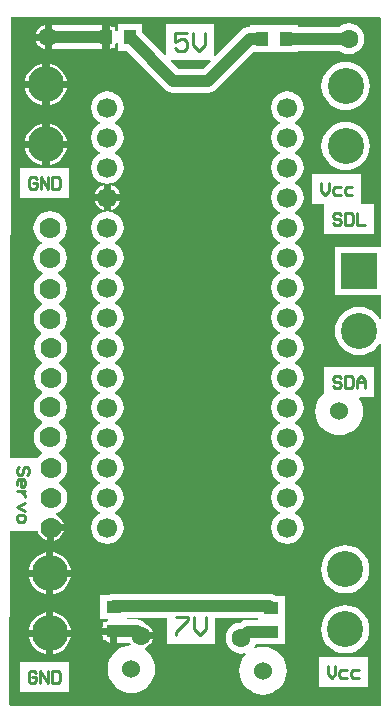
<source format=gtl>
G04 Layer_Physical_Order=1*
G04 Layer_Color=255*
%FSLAX25Y25*%
%MOIN*%
G70*
G01*
G75*
%ADD10R,0.04000X0.05000*%
%ADD11R,0.05000X0.04000*%
%ADD12C,0.03937*%
%ADD13C,0.01000*%
%ADD14R,0.12000X0.12000*%
%ADD15C,0.12000*%
%ADD16C,0.07000*%
%ADD17C,0.06693*%
%ADD18C,0.06000*%
%ADD19C,0.06299*%
%ADD20C,0.05000*%
G36*
X63300Y146800D02*
Y70400D01*
X47900D01*
Y54400D01*
X63300D01*
Y46555D01*
X62815Y46434D01*
X62584Y46866D01*
X61584Y48084D01*
X60366Y49084D01*
X58976Y49827D01*
X57468Y50284D01*
X55900Y50439D01*
X54332Y50284D01*
X52824Y49827D01*
X51434Y49084D01*
X50216Y48084D01*
X49216Y46866D01*
X48473Y45476D01*
X48016Y43968D01*
X47861Y42400D01*
X48016Y40832D01*
X48473Y39324D01*
X49216Y37934D01*
X50216Y36716D01*
X51434Y35716D01*
X52824Y34973D01*
X54332Y34516D01*
X55900Y34361D01*
X57468Y34516D01*
X58976Y34973D01*
X60366Y35716D01*
X61584Y36716D01*
X62584Y37934D01*
X62815Y38366D01*
X63300Y38245D01*
Y-82500D01*
X-60200D01*
X-60699Y-82041D01*
X-60573Y-24367D01*
X-51264D01*
X-51264Y-24367D01*
Y-24367D01*
X-51069Y-24795D01*
X-50831Y-25369D01*
X-50109Y-26309D01*
X-49169Y-27031D01*
X-48100Y-27474D01*
Y-23100D01*
X-46900D01*
Y-21900D01*
X-42526D01*
X-42969Y-20831D01*
X-43691Y-19891D01*
X-44631Y-19169D01*
X-45252Y-18912D01*
Y-18371D01*
X-44126Y-17904D01*
X-42977Y-17023D01*
X-42096Y-15874D01*
X-41542Y-14536D01*
X-41352Y-13100D01*
X-41542Y-11664D01*
X-42096Y-10326D01*
X-42977Y-9177D01*
X-44000Y-8393D01*
X-44043Y-8227D01*
Y-7973D01*
X-44000Y-7807D01*
X-42977Y-7023D01*
X-42096Y-5874D01*
X-41542Y-4536D01*
X-41352Y-3100D01*
X-41542Y-1664D01*
X-42096Y-326D01*
X-42977Y823D01*
X-44126Y1704D01*
X-44185Y1729D01*
X-44149Y2255D01*
X-43077Y3077D01*
X-42196Y4226D01*
X-41642Y5564D01*
X-41453Y7000D01*
X-41642Y8436D01*
X-42196Y9774D01*
X-43077Y10923D01*
X-44100Y11707D01*
X-44142Y11873D01*
Y12127D01*
X-44100Y12293D01*
X-43077Y13077D01*
X-42196Y14226D01*
X-41642Y15564D01*
X-41453Y17000D01*
X-41642Y18436D01*
X-42196Y19774D01*
X-43077Y20923D01*
X-43980Y21615D01*
X-44013Y21725D01*
X-43972Y22214D01*
X-42977Y22977D01*
X-42096Y24126D01*
X-41542Y25464D01*
X-41352Y26900D01*
X-41542Y28336D01*
X-42096Y29674D01*
X-42977Y30823D01*
X-44000Y31607D01*
X-44043Y31773D01*
Y32027D01*
X-44000Y32193D01*
X-42977Y32977D01*
X-42096Y34126D01*
X-41542Y35464D01*
X-41352Y36900D01*
X-41542Y38336D01*
X-42096Y39674D01*
X-42977Y40823D01*
X-43760Y41423D01*
Y42053D01*
X-43077Y42577D01*
X-42196Y43726D01*
X-41642Y45064D01*
X-41453Y46500D01*
X-41642Y47936D01*
X-42196Y49274D01*
X-43077Y50423D01*
X-44100Y51207D01*
X-44142Y51373D01*
Y51627D01*
X-44100Y51793D01*
X-43077Y52577D01*
X-42196Y53726D01*
X-41642Y55064D01*
X-41453Y56500D01*
X-41642Y57936D01*
X-42196Y59274D01*
X-43077Y60423D01*
X-44226Y61304D01*
X-44508Y61421D01*
Y61921D01*
X-44326Y61996D01*
X-43177Y62877D01*
X-42296Y64026D01*
X-41742Y65364D01*
X-41552Y66800D01*
X-41742Y68236D01*
X-42296Y69574D01*
X-43177Y70723D01*
X-44200Y71507D01*
X-44243Y71673D01*
Y71927D01*
X-44200Y72093D01*
X-43177Y72877D01*
X-42296Y74026D01*
X-41742Y75364D01*
X-41552Y76800D01*
X-41742Y78236D01*
X-42296Y79574D01*
X-43177Y80723D01*
X-44326Y81604D01*
X-45664Y82158D01*
X-47100Y82348D01*
X-48536Y82158D01*
X-49874Y81604D01*
X-51023Y80723D01*
X-51904Y79574D01*
X-52458Y78236D01*
X-52648Y76800D01*
X-52458Y75364D01*
X-51904Y74026D01*
X-51023Y72877D01*
X-50000Y72093D01*
X-49957Y71927D01*
Y71673D01*
X-50000Y71507D01*
X-51023Y70723D01*
X-51904Y69574D01*
X-52458Y68236D01*
X-52648Y66800D01*
X-52458Y65364D01*
X-51904Y64026D01*
X-51023Y62877D01*
X-49874Y61996D01*
X-49593Y61879D01*
Y61379D01*
X-49774Y61304D01*
X-50923Y60423D01*
X-51804Y59274D01*
X-52358Y57936D01*
X-52548Y56500D01*
X-52358Y55064D01*
X-51804Y53726D01*
X-50923Y52577D01*
X-49900Y51793D01*
X-49858Y51627D01*
Y51373D01*
X-49900Y51207D01*
X-50923Y50423D01*
X-51804Y49274D01*
X-52358Y47936D01*
X-52548Y46500D01*
X-52358Y45064D01*
X-51804Y43726D01*
X-50923Y42577D01*
X-50140Y41977D01*
Y41346D01*
X-50823Y40823D01*
X-51704Y39674D01*
X-52258Y38336D01*
X-52447Y36900D01*
X-52258Y35464D01*
X-51704Y34126D01*
X-50823Y32977D01*
X-49800Y32193D01*
X-49758Y32027D01*
Y31773D01*
X-49800Y31607D01*
X-50823Y30823D01*
X-51704Y29674D01*
X-52258Y28336D01*
X-52447Y26900D01*
X-52258Y25464D01*
X-51704Y24126D01*
X-50823Y22977D01*
X-49920Y22285D01*
X-49887Y22175D01*
X-49928Y21686D01*
X-50923Y20923D01*
X-51804Y19774D01*
X-52358Y18436D01*
X-52548Y17000D01*
X-52358Y15564D01*
X-51804Y14226D01*
X-50923Y13077D01*
X-49900Y12293D01*
X-49858Y12127D01*
Y11873D01*
X-49900Y11707D01*
X-50923Y10923D01*
X-51804Y9774D01*
X-52358Y8436D01*
X-52548Y7000D01*
X-52358Y5564D01*
X-51804Y4226D01*
X-50923Y3077D01*
X-49774Y2196D01*
X-49715Y2171D01*
X-49751Y1645D01*
X-50823Y823D01*
X-51454Y0D01*
X-60166D01*
X-60519Y354D01*
X-60200Y147100D01*
X63000D01*
X63300Y146800D01*
D02*
G37*
%LPC*%
G36*
X-48400Y-31384D02*
X-48572Y-31401D01*
X-49892Y-31802D01*
X-51108Y-32452D01*
X-52174Y-33326D01*
X-53048Y-34392D01*
X-53698Y-35608D01*
X-54099Y-36928D01*
X-54116Y-37100D01*
X-48400D01*
Y-31384D01*
D02*
G37*
G36*
X-46000D02*
Y-37100D01*
X-40284D01*
X-40301Y-36928D01*
X-40701Y-35608D01*
X-41352Y-34392D01*
X-42226Y-33326D01*
X-43292Y-32452D01*
X-44508Y-31802D01*
X-45828Y-31401D01*
X-46000Y-31384D01*
D02*
G37*
G36*
X-40284Y-39500D02*
X-46000D01*
Y-45216D01*
X-45828Y-45199D01*
X-44508Y-44798D01*
X-43292Y-44148D01*
X-42226Y-43274D01*
X-41352Y-42208D01*
X-40701Y-40992D01*
X-40301Y-39672D01*
X-40284Y-39500D01*
D02*
G37*
G36*
X51300Y-28961D02*
X49732Y-29116D01*
X48224Y-29573D01*
X46834Y-30316D01*
X45616Y-31316D01*
X44616Y-32534D01*
X43873Y-33924D01*
X43416Y-35432D01*
X43261Y-37000D01*
X43416Y-38568D01*
X43873Y-40076D01*
X44616Y-41466D01*
X45616Y-42684D01*
X46834Y-43684D01*
X48224Y-44427D01*
X49732Y-44884D01*
X51300Y-45039D01*
X52868Y-44884D01*
X54376Y-44427D01*
X55766Y-43684D01*
X56984Y-42684D01*
X57984Y-41466D01*
X58727Y-40076D01*
X59184Y-38568D01*
X59339Y-37000D01*
X59184Y-35432D01*
X58727Y-33924D01*
X57984Y-32534D01*
X56984Y-31316D01*
X55766Y-30316D01*
X54376Y-29573D01*
X52868Y-29116D01*
X51300Y-28961D01*
D02*
G37*
G36*
X-28000Y82293D02*
X-29067Y82152D01*
Y82152D01*
X-29396Y82109D01*
X-30696Y81570D01*
X-31813Y80713D01*
X-32670Y79596D01*
X-33209Y78296D01*
X-33393Y76900D01*
X-33209Y75504D01*
X-32670Y74204D01*
X-31813Y73087D01*
X-30696Y72230D01*
X-30503Y72150D01*
Y71650D01*
X-30696Y71570D01*
X-31813Y70713D01*
X-32670Y69596D01*
X-33209Y68296D01*
X-33393Y66900D01*
X-33209Y65504D01*
X-32670Y64204D01*
X-31813Y63087D01*
X-30696Y62230D01*
X-30503Y62150D01*
Y61650D01*
X-30696Y61570D01*
X-31813Y60713D01*
X-32670Y59596D01*
X-33209Y58296D01*
X-33393Y56900D01*
X-33209Y55504D01*
X-32670Y54204D01*
X-31813Y53087D01*
X-30696Y52230D01*
X-30503Y52150D01*
Y51650D01*
X-30696Y51570D01*
X-31813Y50713D01*
X-32670Y49596D01*
X-33209Y48296D01*
X-33393Y46900D01*
X-33209Y45504D01*
X-32670Y44204D01*
X-31813Y43087D01*
X-30696Y42230D01*
X-30503Y42150D01*
Y41650D01*
X-30696Y41570D01*
X-31813Y40713D01*
X-32670Y39596D01*
X-33209Y38296D01*
X-33393Y36900D01*
X-33209Y35504D01*
X-32670Y34204D01*
X-31813Y33087D01*
X-30696Y32230D01*
X-30503Y32150D01*
Y31650D01*
X-30696Y31570D01*
X-31813Y30713D01*
X-32670Y29596D01*
X-33209Y28296D01*
X-33393Y26900D01*
X-33209Y25504D01*
X-32670Y24204D01*
X-31813Y23087D01*
X-30696Y22230D01*
X-30503Y22150D01*
Y21650D01*
X-30696Y21570D01*
X-31813Y20713D01*
X-32670Y19596D01*
X-33209Y18296D01*
X-33393Y16900D01*
X-33209Y15504D01*
X-32670Y14204D01*
X-31813Y13087D01*
X-30696Y12230D01*
X-30503Y12150D01*
Y11650D01*
X-30696Y11570D01*
X-31813Y10713D01*
X-32670Y9596D01*
X-33209Y8296D01*
X-33393Y6900D01*
X-33209Y5504D01*
X-32670Y4204D01*
X-31813Y3087D01*
X-30696Y2230D01*
X-30503Y2150D01*
Y1650D01*
X-30696Y1570D01*
X-31813Y713D01*
X-32670Y-404D01*
X-33209Y-1704D01*
X-33393Y-3100D01*
X-33209Y-4496D01*
X-32670Y-5796D01*
X-31813Y-6913D01*
X-30696Y-7770D01*
X-30503Y-7850D01*
Y-8350D01*
X-30696Y-8430D01*
X-31813Y-9287D01*
X-32670Y-10404D01*
X-33209Y-11704D01*
X-33393Y-13100D01*
X-33209Y-14496D01*
X-32670Y-15796D01*
X-31813Y-16913D01*
X-30696Y-17770D01*
X-30503Y-17850D01*
Y-18350D01*
X-30696Y-18430D01*
X-31813Y-19287D01*
X-32670Y-20404D01*
X-33209Y-21704D01*
X-33393Y-23100D01*
X-33209Y-24496D01*
X-32670Y-25796D01*
X-31813Y-26913D01*
X-30696Y-27770D01*
X-29396Y-28309D01*
X-28000Y-28493D01*
X-26604Y-28309D01*
X-25304Y-27770D01*
X-24187Y-26913D01*
X-23330Y-25796D01*
X-22791Y-24496D01*
X-22607Y-23100D01*
X-22791Y-21704D01*
X-23330Y-20404D01*
X-24187Y-19287D01*
X-25304Y-18430D01*
X-25497Y-18350D01*
Y-17850D01*
X-25304Y-17770D01*
X-24187Y-16913D01*
X-23330Y-15796D01*
X-22791Y-14496D01*
X-22607Y-13100D01*
X-22791Y-11704D01*
X-23330Y-10404D01*
X-24187Y-9287D01*
X-25304Y-8430D01*
X-25497Y-8350D01*
Y-7850D01*
X-25304Y-7770D01*
X-24187Y-6913D01*
X-23330Y-5796D01*
X-22791Y-4496D01*
X-22607Y-3100D01*
X-22791Y-1704D01*
X-23330Y-404D01*
X-24187Y713D01*
X-25304Y1570D01*
X-25497Y1650D01*
Y2150D01*
X-25304Y2230D01*
X-24187Y3087D01*
X-23330Y4204D01*
X-22791Y5504D01*
X-22607Y6900D01*
X-22791Y8296D01*
X-23330Y9596D01*
X-24187Y10713D01*
X-25304Y11570D01*
X-25497Y11650D01*
Y12150D01*
X-25304Y12230D01*
X-24187Y13087D01*
X-23330Y14204D01*
X-22791Y15504D01*
X-22607Y16900D01*
X-22791Y18296D01*
X-23330Y19596D01*
X-24187Y20713D01*
X-25304Y21570D01*
X-25497Y21650D01*
Y22150D01*
X-25304Y22230D01*
X-24187Y23087D01*
X-23330Y24204D01*
X-22791Y25504D01*
X-22607Y26900D01*
X-22791Y28296D01*
X-23330Y29596D01*
X-24187Y30713D01*
X-25304Y31570D01*
X-25497Y31650D01*
Y32150D01*
X-25304Y32230D01*
X-24187Y33087D01*
X-23330Y34204D01*
X-22791Y35504D01*
X-22607Y36900D01*
X-22791Y38296D01*
X-23330Y39596D01*
X-24187Y40713D01*
X-25304Y41570D01*
X-25497Y41650D01*
Y42150D01*
X-25304Y42230D01*
X-24187Y43087D01*
X-23330Y44204D01*
X-22791Y45504D01*
X-22607Y46900D01*
X-22791Y48296D01*
X-23330Y49596D01*
X-24187Y50713D01*
X-25304Y51570D01*
X-25497Y51650D01*
Y52150D01*
X-25304Y52230D01*
X-24187Y53087D01*
X-23330Y54204D01*
X-22791Y55504D01*
X-22607Y56900D01*
X-22791Y58296D01*
X-23330Y59596D01*
X-24187Y60713D01*
X-25304Y61570D01*
X-25497Y61650D01*
Y62150D01*
X-25304Y62230D01*
X-24187Y63087D01*
X-23330Y64204D01*
X-22791Y65504D01*
X-22607Y66900D01*
X-22791Y68296D01*
X-23330Y69596D01*
X-24187Y70713D01*
X-25304Y71570D01*
X-25497Y71650D01*
Y72150D01*
X-25304Y72230D01*
X-24187Y73087D01*
X-23330Y74204D01*
X-22791Y75504D01*
X-22607Y76900D01*
X-22791Y78296D01*
X-23330Y79596D01*
X-24187Y80713D01*
X-25304Y81570D01*
X-26604Y82109D01*
X-26933Y82152D01*
Y82152D01*
X-28000Y82293D01*
D02*
G37*
G36*
X60795Y30336D02*
X44300D01*
Y21723D01*
X43683Y21217D01*
X42695Y20013D01*
X41961Y18640D01*
X41509Y17150D01*
X41356Y15600D01*
X41509Y14050D01*
X41961Y12560D01*
X42695Y11187D01*
X43683Y9983D01*
X44887Y8995D01*
X46260Y8261D01*
X47750Y7809D01*
X49300Y7656D01*
X50850Y7809D01*
X52340Y8261D01*
X53713Y8995D01*
X54917Y9983D01*
X55905Y11187D01*
X56639Y12560D01*
X57091Y14050D01*
X57244Y15600D01*
X57091Y17150D01*
X56639Y18640D01*
X55966Y19900D01*
X56162Y20400D01*
X60795D01*
Y30336D01*
D02*
G37*
G36*
X56695Y94836D02*
X40200D01*
Y84900D01*
X43827D01*
X44300Y84836D01*
X44300Y84400D01*
Y74900D01*
X60795D01*
Y84836D01*
X57169D01*
X56695Y84900D01*
X56695Y85336D01*
Y94836D01*
D02*
G37*
G36*
X32000Y122293D02*
X30604Y122109D01*
X29304Y121570D01*
X28187Y120713D01*
X27330Y119596D01*
X26791Y118296D01*
X26607Y116900D01*
X26791Y115504D01*
X27330Y114204D01*
X28187Y113087D01*
X29304Y112230D01*
X29497Y112150D01*
Y111650D01*
X29304Y111570D01*
X28187Y110713D01*
X27330Y109596D01*
X26791Y108296D01*
X26607Y106900D01*
X26791Y105504D01*
X27330Y104204D01*
X28187Y103087D01*
X29304Y102230D01*
X29497Y102150D01*
Y101650D01*
X29304Y101570D01*
X28187Y100713D01*
X27330Y99596D01*
X26791Y98296D01*
X26607Y96900D01*
X26791Y95504D01*
X27330Y94204D01*
X28187Y93087D01*
X29304Y92230D01*
X29497Y92150D01*
Y91650D01*
X29304Y91570D01*
X28187Y90713D01*
X27330Y89596D01*
X26791Y88296D01*
X26607Y86900D01*
X26791Y85504D01*
X27330Y84204D01*
X28187Y83087D01*
X29304Y82230D01*
X29497Y82150D01*
Y81650D01*
X29304Y81570D01*
X28187Y80713D01*
X27330Y79596D01*
X26791Y78296D01*
X26607Y76900D01*
X26791Y75504D01*
X27330Y74204D01*
X28187Y73087D01*
X29304Y72230D01*
X29497Y72150D01*
Y71650D01*
X29304Y71570D01*
X28187Y70713D01*
X27330Y69596D01*
X26791Y68296D01*
X26607Y66900D01*
X26791Y65504D01*
X27330Y64204D01*
X28187Y63087D01*
X29304Y62230D01*
X29497Y62150D01*
Y61650D01*
X29304Y61570D01*
X28187Y60713D01*
X27330Y59596D01*
X26791Y58296D01*
X26607Y56900D01*
X26791Y55504D01*
X27330Y54204D01*
X28187Y53087D01*
X29304Y52230D01*
X29497Y52150D01*
Y51650D01*
X29304Y51570D01*
X28187Y50713D01*
X27330Y49596D01*
X26791Y48296D01*
X26607Y46900D01*
X26791Y45504D01*
X27330Y44204D01*
X28187Y43087D01*
X29304Y42230D01*
X29497Y42150D01*
Y41650D01*
X29304Y41570D01*
X28187Y40713D01*
X27330Y39596D01*
X26791Y38296D01*
X26607Y36900D01*
X26791Y35504D01*
X27330Y34204D01*
X28187Y33087D01*
X29304Y32230D01*
X29497Y32150D01*
Y31650D01*
X29304Y31570D01*
X28187Y30713D01*
X27330Y29596D01*
X26791Y28296D01*
X26607Y26900D01*
X26791Y25504D01*
X27330Y24204D01*
X28187Y23087D01*
X29304Y22230D01*
X29497Y22150D01*
Y21650D01*
X29304Y21570D01*
X28187Y20713D01*
X27330Y19596D01*
X26791Y18296D01*
X26607Y16900D01*
X26791Y15504D01*
X27330Y14204D01*
X28187Y13087D01*
X29304Y12230D01*
X29497Y12150D01*
Y11650D01*
X29304Y11570D01*
X28187Y10713D01*
X27330Y9596D01*
X26791Y8296D01*
X26607Y6900D01*
X26791Y5504D01*
X27330Y4204D01*
X28187Y3087D01*
X29304Y2230D01*
X29497Y2150D01*
Y1650D01*
X29304Y1570D01*
X28187Y713D01*
X27330Y-404D01*
X26791Y-1704D01*
X26607Y-3100D01*
X26791Y-4496D01*
X27330Y-5796D01*
X28187Y-6913D01*
X29304Y-7770D01*
X29497Y-7850D01*
Y-8350D01*
X29304Y-8430D01*
X28187Y-9287D01*
X27330Y-10404D01*
X26791Y-11704D01*
X26607Y-13100D01*
X26791Y-14496D01*
X27330Y-15796D01*
X28187Y-16913D01*
X29304Y-17770D01*
X29497Y-17850D01*
Y-18350D01*
X29304Y-18430D01*
X28187Y-19287D01*
X27330Y-20404D01*
X26791Y-21704D01*
X26607Y-23100D01*
X26791Y-24496D01*
X27330Y-25796D01*
X28187Y-26913D01*
X29304Y-27770D01*
X30604Y-28309D01*
X32000Y-28493D01*
X33396Y-28309D01*
X34696Y-27770D01*
X35813Y-26913D01*
X36670Y-25796D01*
X37209Y-24496D01*
X37393Y-23100D01*
X37209Y-21704D01*
X36670Y-20404D01*
X35813Y-19287D01*
X34696Y-18430D01*
X34503Y-18350D01*
Y-17850D01*
X34696Y-17770D01*
X35813Y-16913D01*
X36670Y-15796D01*
X37209Y-14496D01*
X37393Y-13100D01*
X37209Y-11704D01*
X36670Y-10404D01*
X35813Y-9287D01*
X34696Y-8430D01*
X34503Y-8350D01*
Y-7850D01*
X34696Y-7770D01*
X35813Y-6913D01*
X36670Y-5796D01*
X37209Y-4496D01*
X37393Y-3100D01*
X37209Y-1704D01*
X36670Y-404D01*
X35813Y713D01*
X34696Y1570D01*
X34503Y1650D01*
Y2150D01*
X34696Y2230D01*
X35813Y3087D01*
X36670Y4204D01*
X37209Y5504D01*
X37393Y6900D01*
X37209Y8296D01*
X36670Y9596D01*
X35813Y10713D01*
X34696Y11570D01*
X34503Y11650D01*
Y12150D01*
X34696Y12230D01*
X35813Y13087D01*
X36670Y14204D01*
X37209Y15504D01*
X37393Y16900D01*
X37209Y18296D01*
X36670Y19596D01*
X35813Y20713D01*
X34696Y21570D01*
X34503Y21650D01*
Y22150D01*
X34696Y22230D01*
X35813Y23087D01*
X36670Y24204D01*
X37209Y25504D01*
X37393Y26900D01*
X37209Y28296D01*
X36670Y29596D01*
X35813Y30713D01*
X34696Y31570D01*
X34503Y31650D01*
Y32150D01*
X34696Y32230D01*
X35813Y33087D01*
X36670Y34204D01*
X37209Y35504D01*
X37393Y36900D01*
X37209Y38296D01*
X36670Y39596D01*
X35813Y40713D01*
X34696Y41570D01*
X34503Y41650D01*
Y42150D01*
X34696Y42230D01*
X35813Y43087D01*
X36670Y44204D01*
X37209Y45504D01*
X37393Y46900D01*
X37209Y48296D01*
X36670Y49596D01*
X35813Y50713D01*
X34696Y51570D01*
X34503Y51650D01*
Y52150D01*
X34696Y52230D01*
X35813Y53087D01*
X36670Y54204D01*
X37209Y55504D01*
X37393Y56900D01*
X37209Y58296D01*
X36670Y59596D01*
X35813Y60713D01*
X34696Y61570D01*
X34503Y61650D01*
Y62150D01*
X34696Y62230D01*
X35813Y63087D01*
X36670Y64204D01*
X37209Y65504D01*
X37393Y66900D01*
X37209Y68296D01*
X36670Y69596D01*
X35813Y70713D01*
X34696Y71570D01*
X34503Y71650D01*
Y72150D01*
X34696Y72230D01*
X35813Y73087D01*
X36670Y74204D01*
X37209Y75504D01*
X37393Y76900D01*
X37209Y78296D01*
X36670Y79596D01*
X35813Y80713D01*
X34696Y81570D01*
X34503Y81650D01*
Y82150D01*
X34696Y82230D01*
X35813Y83087D01*
X36670Y84204D01*
X37209Y85504D01*
X37393Y86900D01*
X37209Y88296D01*
X36670Y89596D01*
X35813Y90713D01*
X34696Y91570D01*
X34503Y91650D01*
Y92150D01*
X34696Y92230D01*
X35813Y93087D01*
X36670Y94204D01*
X37209Y95504D01*
X37393Y96900D01*
X37209Y98296D01*
X36670Y99596D01*
X35813Y100713D01*
X34696Y101570D01*
X34503Y101650D01*
Y102150D01*
X34696Y102230D01*
X35813Y103087D01*
X36670Y104204D01*
X37209Y105504D01*
X37393Y106900D01*
X37209Y108296D01*
X36670Y109596D01*
X35813Y110713D01*
X34696Y111570D01*
X34503Y111650D01*
Y112150D01*
X34696Y112230D01*
X35813Y113087D01*
X36670Y114204D01*
X37209Y115504D01*
X37393Y116900D01*
X37209Y118296D01*
X36670Y119596D01*
X35813Y120713D01*
X34696Y121570D01*
X33396Y122109D01*
X32000Y122293D01*
D02*
G37*
G36*
X-42526Y-24300D02*
X-45700D01*
Y-27474D01*
X-44631Y-27031D01*
X-43691Y-26309D01*
X-42969Y-25369D01*
X-42526Y-24300D01*
D02*
G37*
G36*
X-48400Y-59500D02*
X-54116D01*
X-54099Y-59672D01*
X-53698Y-60992D01*
X-53048Y-62208D01*
X-52174Y-63274D01*
X-51108Y-64148D01*
X-49892Y-64798D01*
X-48572Y-65199D01*
X-48400Y-65216D01*
Y-59500D01*
D02*
G37*
G36*
X-40284D02*
X-46000D01*
Y-65216D01*
X-45828Y-65199D01*
X-44508Y-64798D01*
X-43292Y-64148D01*
X-42226Y-63274D01*
X-41352Y-62208D01*
X-40701Y-60992D01*
X-40301Y-59672D01*
X-40284Y-59500D01*
D02*
G37*
G36*
X58895Y-66164D02*
X42400D01*
Y-76100D01*
X58895D01*
Y-66164D01*
D02*
G37*
G36*
X25933Y-45131D02*
X-25900D01*
X-26936Y-45267D01*
X-27901Y-45667D01*
X-27944Y-45700D01*
X-30400D01*
Y-53700D01*
X-27920D01*
X-27820Y-54200D01*
X-27901Y-54233D01*
X-28509Y-54700D01*
X-29400D01*
Y-55780D01*
X-29698Y-56500D01*
X-25900D01*
Y-57700D01*
X-24700D01*
Y-61703D01*
X-20357D01*
X-20235Y-61797D01*
X-20199Y-61874D01*
X-20502Y-62406D01*
X-21550Y-62509D01*
X-23040Y-62961D01*
X-24413Y-63695D01*
X-25617Y-64683D01*
X-26605Y-65887D01*
X-27339Y-67260D01*
X-27791Y-68750D01*
X-27944Y-70300D01*
X-27791Y-71850D01*
X-27339Y-73340D01*
X-26605Y-74713D01*
X-25617Y-75917D01*
X-24413Y-76905D01*
X-23040Y-77639D01*
X-21550Y-78091D01*
X-20000Y-78244D01*
X-18450Y-78091D01*
X-16960Y-77639D01*
X-15587Y-76905D01*
X-14383Y-75917D01*
X-13395Y-74713D01*
X-12661Y-73340D01*
X-12209Y-71850D01*
X-12056Y-70300D01*
X-12209Y-68750D01*
X-12661Y-67260D01*
X-13395Y-65887D01*
X-14383Y-64683D01*
X-15587Y-63695D01*
X-15755Y-63605D01*
X-15628Y-63106D01*
X-14707Y-62725D01*
X-13840Y-62059D01*
X-13175Y-61193D01*
X-12806Y-60300D01*
X-16800D01*
Y-57900D01*
X-12806D01*
X-13175Y-57007D01*
X-13840Y-56141D01*
X-14707Y-55475D01*
X-14804Y-55435D01*
X-15370Y-54870D01*
X-16199Y-54233D01*
X-17164Y-53834D01*
X-18200Y-53697D01*
X-21400D01*
Y-53136D01*
X-8100D01*
Y-61900D01*
X7897D01*
Y-53136D01*
X22100D01*
Y-53797D01*
X18700D01*
X17664Y-53934D01*
X16699Y-54334D01*
X16133Y-54767D01*
X15256Y-54883D01*
X14003Y-55402D01*
X12927Y-56227D01*
X12102Y-57303D01*
X11583Y-58556D01*
X11406Y-59900D01*
X11583Y-61244D01*
X12102Y-62497D01*
X12927Y-63573D01*
X14003Y-64398D01*
X15256Y-64917D01*
X16600Y-65094D01*
X17843Y-64930D01*
X18039Y-65163D01*
X18122Y-65379D01*
X17295Y-66387D01*
X16561Y-67760D01*
X16109Y-69250D01*
X15956Y-70800D01*
X16109Y-72350D01*
X16561Y-73840D01*
X17295Y-75213D01*
X18283Y-76417D01*
X19487Y-77405D01*
X20860Y-78139D01*
X22350Y-78591D01*
X23900Y-78744D01*
X25450Y-78591D01*
X26940Y-78139D01*
X28313Y-77405D01*
X29517Y-76417D01*
X30505Y-75213D01*
X31239Y-73840D01*
X31691Y-72350D01*
X31844Y-70800D01*
X31691Y-69250D01*
X31239Y-67760D01*
X30505Y-66387D01*
X29517Y-65183D01*
X28313Y-64195D01*
X26940Y-63461D01*
X25450Y-63009D01*
X23900Y-62856D01*
X22350Y-63009D01*
X21028Y-63410D01*
X20729Y-62978D01*
X21098Y-62497D01*
X21386Y-61803D01*
X26600D01*
X26621Y-61800D01*
X31100D01*
Y-53800D01*
Y-45800D01*
X28108D01*
X27935Y-45667D01*
X26969Y-45267D01*
X25933Y-45131D01*
D02*
G37*
G36*
X-40805Y-67864D02*
X-57300D01*
Y-77800D01*
X-40805D01*
Y-67864D01*
D02*
G37*
G36*
X-46000Y-51384D02*
Y-57100D01*
X-40284D01*
X-40301Y-56928D01*
X-40701Y-55608D01*
X-41352Y-54392D01*
X-42226Y-53326D01*
X-43292Y-52451D01*
X-44508Y-51802D01*
X-45828Y-51401D01*
X-46000Y-51384D01*
D02*
G37*
G36*
X-48400Y-39500D02*
X-54116D01*
X-54099Y-39672D01*
X-53698Y-40992D01*
X-53048Y-42208D01*
X-52174Y-43274D01*
X-51108Y-44148D01*
X-49892Y-44798D01*
X-48572Y-45199D01*
X-48400Y-45216D01*
Y-39500D01*
D02*
G37*
G36*
Y-51384D02*
X-48572Y-51401D01*
X-49892Y-51802D01*
X-51108Y-52451D01*
X-52174Y-53326D01*
X-53048Y-54392D01*
X-53698Y-55608D01*
X-54099Y-56928D01*
X-54116Y-57100D01*
X-48400D01*
Y-51384D01*
D02*
G37*
G36*
X51300Y-48961D02*
X49732Y-49116D01*
X48224Y-49573D01*
X46834Y-50316D01*
X45616Y-51316D01*
X44616Y-52534D01*
X43873Y-53924D01*
X43416Y-55432D01*
X43261Y-57000D01*
X43416Y-58568D01*
X43873Y-60076D01*
X44616Y-61466D01*
X45616Y-62684D01*
X46834Y-63684D01*
X48224Y-64427D01*
X49732Y-64884D01*
X51300Y-65039D01*
X52868Y-64884D01*
X54376Y-64427D01*
X55766Y-63684D01*
X56984Y-62684D01*
X57984Y-61466D01*
X58727Y-60076D01*
X59184Y-58568D01*
X59339Y-57000D01*
X59184Y-55432D01*
X58727Y-53924D01*
X57984Y-52534D01*
X56984Y-51316D01*
X55766Y-50316D01*
X54376Y-49573D01*
X52868Y-49116D01*
X51300Y-48961D01*
D02*
G37*
G36*
X-27100Y-58900D02*
X-29698D01*
X-29400Y-59620D01*
Y-60700D01*
X-28509D01*
X-27901Y-61167D01*
X-27100Y-61498D01*
Y-58900D01*
D02*
G37*
G36*
X-29200Y85700D02*
X-32208D01*
X-31797Y84708D01*
X-31100Y83800D01*
X-30192Y83103D01*
X-29200Y82692D01*
Y85700D01*
D02*
G37*
G36*
X-41584Y123400D02*
X-47300D01*
Y117684D01*
X-47128Y117701D01*
X-45808Y118102D01*
X-44592Y118752D01*
X-43526Y119626D01*
X-42652Y120692D01*
X-42002Y121908D01*
X-41601Y123228D01*
X-41584Y123400D01*
D02*
G37*
G36*
X-49700Y131516D02*
X-49872Y131499D01*
X-51192Y131098D01*
X-52408Y130448D01*
X-53474Y129574D01*
X-54348Y128508D01*
X-54998Y127292D01*
X-55399Y125972D01*
X-55416Y125800D01*
X-49700D01*
Y131516D01*
D02*
G37*
G36*
X51400Y132139D02*
X49832Y131984D01*
X48324Y131527D01*
X46934Y130784D01*
X45716Y129784D01*
X44716Y128566D01*
X43973Y127176D01*
X43516Y125668D01*
X43361Y124100D01*
X43516Y122532D01*
X43973Y121024D01*
X44716Y119634D01*
X45716Y118416D01*
X46934Y117416D01*
X48324Y116673D01*
X49832Y116216D01*
X51400Y116061D01*
X52968Y116216D01*
X54476Y116673D01*
X55866Y117416D01*
X57084Y118416D01*
X58084Y119634D01*
X58827Y121024D01*
X59284Y122532D01*
X59439Y124100D01*
X59284Y125668D01*
X58827Y127176D01*
X58084Y128566D01*
X57084Y129784D01*
X55866Y130784D01*
X54476Y131527D01*
X52968Y131984D01*
X51400Y132139D01*
D02*
G37*
G36*
X-49700Y123400D02*
X-55416D01*
X-55399Y123228D01*
X-54998Y121908D01*
X-54348Y120692D01*
X-53474Y119626D01*
X-52408Y118752D01*
X-51192Y118102D01*
X-49872Y117701D01*
X-49700Y117684D01*
Y123400D01*
D02*
G37*
G36*
X-47300Y131516D02*
Y125800D01*
X-41584D01*
X-41601Y125972D01*
X-42002Y127292D01*
X-42652Y128508D01*
X-43526Y129574D01*
X-44592Y130448D01*
X-45808Y131098D01*
X-47128Y131499D01*
X-47300Y131516D01*
D02*
G37*
G36*
X-48900Y144294D02*
X-49793Y143925D01*
X-50660Y143260D01*
X-51325Y142393D01*
X-51694Y141500D01*
X-48900D01*
Y144294D01*
D02*
G37*
G36*
X52400Y144994D02*
X51056Y144817D01*
X49803Y144298D01*
X49157Y143803D01*
X35400D01*
Y144300D01*
X19400D01*
Y143790D01*
X18464Y143666D01*
X17499Y143266D01*
X16670Y142630D01*
X7959Y133919D01*
X7497Y134111D01*
Y144798D01*
X-8500D01*
Y134614D01*
X-8962Y134423D01*
X-16500Y141961D01*
Y144800D01*
X-24500D01*
Y142320D01*
X-25000Y142220D01*
X-25034Y142301D01*
X-25500Y142909D01*
Y143800D01*
X-26580D01*
X-27300Y144098D01*
Y140300D01*
Y136502D01*
X-26580Y136800D01*
X-25500D01*
Y137691D01*
X-25034Y138299D01*
X-25000Y138380D01*
X-24500Y138280D01*
Y135800D01*
X-21661D01*
X-8930Y123070D01*
X-8101Y122433D01*
X-7136Y122034D01*
X-6100Y121897D01*
X5600D01*
X6636Y122034D01*
X7601Y122433D01*
X8430Y123070D01*
X20661Y135300D01*
X35400D01*
Y135797D01*
X49157D01*
X49803Y135302D01*
X51056Y134783D01*
X52400Y134606D01*
X53744Y134783D01*
X54997Y135302D01*
X56073Y136127D01*
X56898Y137203D01*
X57417Y138456D01*
X57594Y139800D01*
X57417Y141144D01*
X56898Y142397D01*
X56073Y143473D01*
X54997Y144298D01*
X53744Y144817D01*
X52400Y144994D01*
D02*
G37*
G36*
X-29700Y144303D02*
X-46500D01*
Y140300D01*
Y136297D01*
X-29700D01*
Y140300D01*
Y144303D01*
D02*
G37*
G36*
X-48900Y139100D02*
X-51694D01*
X-51325Y138207D01*
X-50660Y137340D01*
X-49793Y136675D01*
X-48900Y136306D01*
Y139100D01*
D02*
G37*
G36*
X-47300Y111516D02*
Y105800D01*
X-41584D01*
X-41601Y105972D01*
X-42002Y107292D01*
X-42652Y108508D01*
X-43526Y109574D01*
X-44592Y110449D01*
X-45808Y111099D01*
X-47128Y111499D01*
X-47300Y111516D01*
D02*
G37*
G36*
X-29200Y91107D02*
X-30192Y90697D01*
X-31100Y90000D01*
X-31797Y89092D01*
X-32208Y88100D01*
X-29200D01*
Y91107D01*
D02*
G37*
G36*
X-26800D02*
Y88100D01*
X-23792D01*
X-24203Y89092D01*
X-24900Y90000D01*
X-25808Y90697D01*
X-26800Y91107D01*
D02*
G37*
G36*
X-23792Y85700D02*
X-26800D01*
Y82692D01*
X-25808Y83103D01*
X-24900Y83800D01*
X-24203Y84708D01*
X-23792Y85700D01*
D02*
G37*
G36*
X-40705Y96636D02*
X-57200D01*
Y86700D01*
X-40705D01*
Y96636D01*
D02*
G37*
G36*
X-28000Y122293D02*
X-29396Y122109D01*
X-30696Y121570D01*
X-31813Y120713D01*
X-32670Y119596D01*
X-33209Y118296D01*
X-33393Y116900D01*
X-33209Y115504D01*
X-32670Y114204D01*
X-31813Y113087D01*
X-30696Y112230D01*
X-30503Y112150D01*
Y111650D01*
X-30696Y111570D01*
X-31813Y110713D01*
X-32670Y109596D01*
X-33209Y108296D01*
X-33393Y106900D01*
X-33209Y105504D01*
X-32670Y104204D01*
X-31813Y103087D01*
X-30696Y102230D01*
X-30503Y102150D01*
Y101650D01*
X-30696Y101570D01*
X-31813Y100713D01*
X-32670Y99596D01*
X-33209Y98296D01*
X-33393Y96900D01*
X-33209Y95504D01*
X-32670Y94204D01*
X-31813Y93087D01*
X-30696Y92230D01*
X-29396Y91691D01*
X-29067Y91648D01*
Y91648D01*
X-28000Y91507D01*
X-26933Y91648D01*
Y91648D01*
X-26604Y91691D01*
X-25304Y92230D01*
X-24187Y93087D01*
X-23330Y94204D01*
X-22791Y95504D01*
X-22607Y96900D01*
X-22791Y98296D01*
X-23330Y99596D01*
X-24187Y100713D01*
X-25304Y101570D01*
X-25497Y101650D01*
Y102150D01*
X-25304Y102230D01*
X-24187Y103087D01*
X-23330Y104204D01*
X-22791Y105504D01*
X-22607Y106900D01*
X-22791Y108296D01*
X-23330Y109596D01*
X-24187Y110713D01*
X-25304Y111570D01*
X-25497Y111650D01*
Y112150D01*
X-25304Y112230D01*
X-24187Y113087D01*
X-23330Y114204D01*
X-22791Y115504D01*
X-22607Y116900D01*
X-22791Y118296D01*
X-23330Y119596D01*
X-24187Y120713D01*
X-25304Y121570D01*
X-26604Y122109D01*
X-28000Y122293D01*
D02*
G37*
G36*
X-41584Y103400D02*
X-47300D01*
Y97684D01*
X-47128Y97701D01*
X-45808Y98102D01*
X-44592Y98751D01*
X-43526Y99626D01*
X-42652Y100692D01*
X-42002Y101908D01*
X-41601Y103228D01*
X-41584Y103400D01*
D02*
G37*
G36*
X-49700Y111516D02*
X-49872Y111499D01*
X-51192Y111099D01*
X-52408Y110449D01*
X-53474Y109574D01*
X-54348Y108508D01*
X-54998Y107292D01*
X-55399Y105972D01*
X-55416Y105800D01*
X-49700D01*
Y111516D01*
D02*
G37*
G36*
Y103400D02*
X-55416D01*
X-55399Y103228D01*
X-54998Y101908D01*
X-54348Y100692D01*
X-53474Y99626D01*
X-52408Y98751D01*
X-51192Y98102D01*
X-49872Y97701D01*
X-49700Y97684D01*
Y103400D01*
D02*
G37*
G36*
X51400Y112139D02*
X49832Y111984D01*
X48324Y111527D01*
X46934Y110784D01*
X45716Y109784D01*
X44716Y108566D01*
X43973Y107176D01*
X43516Y105668D01*
X43361Y104100D01*
X43516Y102532D01*
X43973Y101024D01*
X44716Y99634D01*
X45716Y98416D01*
X46934Y97416D01*
X48324Y96673D01*
X49832Y96216D01*
X51400Y96061D01*
X52968Y96216D01*
X54476Y96673D01*
X55866Y97416D01*
X57084Y98416D01*
X58084Y99634D01*
X58827Y101024D01*
X59284Y102532D01*
X59439Y104100D01*
X59284Y105668D01*
X58827Y107176D01*
X58084Y108566D01*
X57084Y109784D01*
X55866Y110784D01*
X54476Y111527D01*
X52968Y111984D01*
X51400Y112139D01*
D02*
G37*
%LPD*%
G36*
X6377Y132338D02*
X3942Y129903D01*
X-4442D01*
X-6877Y132338D01*
X-6686Y132800D01*
X6186D01*
X6377Y132338D01*
D02*
G37*
D10*
X31400Y139800D02*
D03*
X23400D02*
D03*
X-28500Y140300D02*
D03*
X-20500D02*
D03*
D11*
X26600Y-57800D02*
D03*
Y-49800D02*
D03*
X-25900Y-57700D02*
D03*
Y-49700D02*
D03*
D12*
X-20500Y140300D02*
X-6100Y125900D01*
X5600D01*
X19500Y139800D01*
X23400D01*
X31400D02*
X52400D01*
X-47700Y140300D02*
X-28500D01*
X-25900Y-57700D02*
X-18200D01*
X-16800Y-59100D01*
X18700Y-57800D02*
X26600D01*
X16600Y-59900D02*
X18700Y-57800D01*
X-25900Y-49700D02*
Y-49133D01*
X25933D01*
D13*
X49924Y81180D02*
X49268Y81836D01*
X47956D01*
X47300Y81180D01*
Y80524D01*
X47956Y79868D01*
X49268D01*
X49924Y79212D01*
Y78556D01*
X49268Y77900D01*
X47956D01*
X47300Y78556D01*
X51236Y81836D02*
Y77900D01*
X53204D01*
X53860Y78556D01*
Y81180D01*
X53204Y81836D01*
X51236D01*
X55172D02*
Y77900D01*
X57795D01*
X-5100Y-52902D02*
X-1101D01*
Y-53902D01*
X-5100Y-57900D01*
Y-58900D01*
X898Y-52902D02*
Y-56901D01*
X2897Y-58900D01*
X4897Y-56901D01*
Y-52902D01*
X45400Y-69164D02*
Y-71788D01*
X46712Y-73100D01*
X48024Y-71788D01*
Y-69164D01*
X51960Y-70476D02*
X49992D01*
X49336Y-71132D01*
Y-72444D01*
X49992Y-73100D01*
X51960D01*
X55895Y-70476D02*
X53927D01*
X53272Y-71132D01*
Y-72444D01*
X53927Y-73100D01*
X55895D01*
X-51676Y-71520D02*
X-52332Y-70864D01*
X-53644D01*
X-54300Y-71520D01*
Y-74144D01*
X-53644Y-74800D01*
X-52332D01*
X-51676Y-74144D01*
Y-72832D01*
X-52988D01*
X-50364Y-74800D02*
Y-70864D01*
X-47740Y-74800D01*
Y-70864D01*
X-46428D02*
Y-74800D01*
X-44461D01*
X-43805Y-74144D01*
Y-71520D01*
X-44461Y-70864D01*
X-46428D01*
X-51576Y92980D02*
X-52232Y93636D01*
X-53544D01*
X-54200Y92980D01*
Y90356D01*
X-53544Y89700D01*
X-52232D01*
X-51576Y90356D01*
Y91668D01*
X-52888D01*
X-50264Y89700D02*
Y93636D01*
X-47640Y89700D01*
Y93636D01*
X-46328D02*
Y89700D01*
X-44361D01*
X-43705Y90356D01*
Y92980D01*
X-44361Y93636D01*
X-46328D01*
X43200Y91836D02*
Y89212D01*
X44512Y87900D01*
X45824Y89212D01*
Y91836D01*
X49760Y90524D02*
X47792D01*
X47136Y89868D01*
Y88556D01*
X47792Y87900D01*
X49760D01*
X53695Y90524D02*
X51727D01*
X51072Y89868D01*
Y88556D01*
X51727Y87900D01*
X53695D01*
X-1501Y141798D02*
X-5500D01*
Y138799D01*
X-3501Y139799D01*
X-2501D01*
X-1501Y138799D01*
Y136800D01*
X-2501Y135800D01*
X-4500D01*
X-5500Y136800D01*
X498Y141798D02*
Y137799D01*
X2497Y135800D01*
X4497Y137799D01*
Y141798D01*
X49924Y26680D02*
X49268Y27336D01*
X47956D01*
X47300Y26680D01*
Y26024D01*
X47956Y25368D01*
X49268D01*
X49924Y24712D01*
Y24056D01*
X49268Y23400D01*
X47956D01*
X47300Y24056D01*
X51236Y27336D02*
Y23400D01*
X53204D01*
X53860Y24056D01*
Y26680D01*
X53204Y27336D01*
X51236D01*
X55172Y23400D02*
Y26024D01*
X56483Y27336D01*
X57795Y26024D01*
Y23400D01*
Y25368D01*
X55172D01*
X-54920Y-5624D02*
X-54264Y-4968D01*
Y-3656D01*
X-54920Y-3000D01*
X-55576D01*
X-56232Y-3656D01*
Y-4968D01*
X-56888Y-5624D01*
X-57544D01*
X-58200Y-4968D01*
Y-3656D01*
X-57544Y-3000D01*
X-58200Y-8904D02*
Y-7592D01*
X-57544Y-6936D01*
X-56232D01*
X-55576Y-7592D01*
Y-8904D01*
X-56232Y-9560D01*
X-56888D01*
Y-6936D01*
X-55576Y-10871D02*
X-58200D01*
X-56888D01*
X-56232Y-11527D01*
X-55576Y-12183D01*
Y-12839D01*
Y-14807D02*
X-58200Y-16119D01*
X-55576Y-17431D01*
X-58200Y-19399D02*
Y-20711D01*
X-57544Y-21367D01*
X-56232D01*
X-55576Y-20711D01*
Y-19399D01*
X-56232Y-18743D01*
X-57544D01*
X-58200Y-19399D01*
D14*
X55900Y62400D02*
D03*
D15*
Y42400D02*
D03*
X-48500Y124600D02*
D03*
Y104600D02*
D03*
X51400Y104100D02*
D03*
Y124100D02*
D03*
X-47200Y-38300D02*
D03*
Y-58300D02*
D03*
X51300Y-57000D02*
D03*
Y-37000D02*
D03*
D16*
X-46900Y36900D02*
D03*
Y26900D02*
D03*
X-47000Y17000D02*
D03*
Y7000D02*
D03*
X-47100Y76800D02*
D03*
Y66800D02*
D03*
X-47000Y56500D02*
D03*
Y46500D02*
D03*
X-46900Y-3100D02*
D03*
Y-23100D02*
D03*
Y-13100D02*
D03*
D17*
X32000Y106900D02*
D03*
Y96900D02*
D03*
Y86900D02*
D03*
Y76900D02*
D03*
Y66900D02*
D03*
Y56900D02*
D03*
Y46900D02*
D03*
Y36900D02*
D03*
Y26900D02*
D03*
Y16900D02*
D03*
Y6900D02*
D03*
Y-3100D02*
D03*
Y-13100D02*
D03*
Y-23100D02*
D03*
X-28000D02*
D03*
Y-13100D02*
D03*
Y-3100D02*
D03*
Y6900D02*
D03*
Y16900D02*
D03*
Y26900D02*
D03*
Y36900D02*
D03*
Y46900D02*
D03*
Y66900D02*
D03*
Y76900D02*
D03*
Y86900D02*
D03*
Y56900D02*
D03*
Y96900D02*
D03*
Y106900D02*
D03*
X32000Y116900D02*
D03*
X-28000D02*
D03*
D18*
X49300Y15600D02*
D03*
X-20000Y-70300D02*
D03*
X23900Y-70800D02*
D03*
D19*
X-47700Y140300D02*
D03*
X52400Y139800D02*
D03*
X-16800Y-59100D02*
D03*
X16600Y-59900D02*
D03*
D20*
X7100Y-67100D02*
D03*
X-6200D02*
D03*
X-6500Y-76100D02*
D03*
X7200D02*
D03*
M02*

</source>
